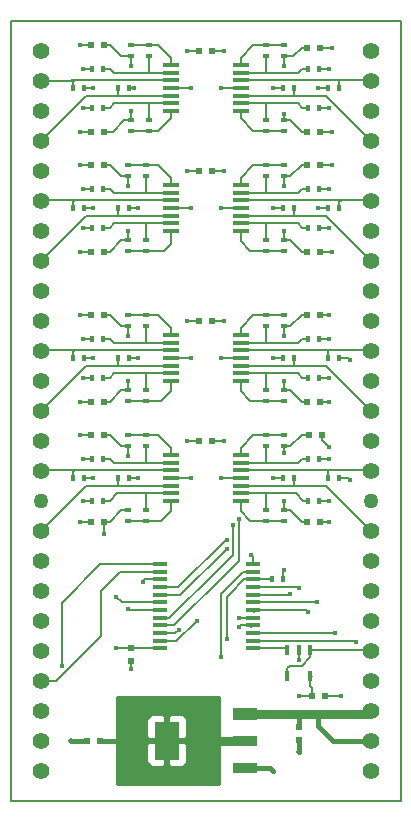
<source format=gbr>
%TF.GenerationSoftware,KiCad,Pcbnew,4.0.2-stable*%
%TF.CreationDate,2021-11-10T19:01:32-08:00*%
%TF.ProjectId,ADC,4144432E6B696361645F706362000000,rev?*%
%TF.FileFunction,Copper,L1,Top,Signal*%
%FSLAX46Y46*%
G04 Gerber Fmt 4.6, Leading zero omitted, Abs format (unit mm)*
G04 Created by KiCad (PCBNEW 4.0.2-stable) date 11/10/2021 7:01:32 PM*
%MOMM*%
G01*
G04 APERTURE LIST*
%ADD10C,0.100000*%
%ADD11C,0.150000*%
%ADD12R,0.400000X0.600000*%
%ADD13R,0.600000X0.400000*%
%ADD14C,1.397000*%
%ADD15C,1.270000*%
%ADD16R,0.600000X0.500000*%
%ADD17R,1.450000X0.450000*%
%ADD18R,0.500000X0.600000*%
%ADD19R,1.250000X0.400000*%
%ADD20R,2.150000X3.250000*%
%ADD21R,2.150000X0.950000*%
%ADD22R,2.032000X1.016000*%
%ADD23R,0.450000X0.950000*%
%ADD24C,0.508000*%
%ADD25C,0.406400*%
%ADD26C,0.152400*%
%ADD27C,0.762000*%
%ADD28C,0.381000*%
%ADD29C,0.177800*%
%ADD30C,0.250000*%
%ADD31C,0.254000*%
G04 APERTURE END LIST*
D10*
D11*
X106680000Y-119380000D02*
X106680000Y-53340000D01*
X139700000Y-119380000D02*
X106680000Y-119380000D01*
X139700000Y-53340000D02*
X139700000Y-119380000D01*
X106680000Y-53340000D02*
X139700000Y-53340000D01*
D12*
X132784000Y-93980000D03*
X131884000Y-93980000D03*
D13*
X118110000Y-84640000D03*
X118110000Y-85540000D03*
D14*
X109220000Y-55880000D03*
X109220000Y-58420000D03*
X109220000Y-60960000D03*
X109220000Y-63500000D03*
X109220000Y-66040000D03*
X109220000Y-68580000D03*
X109220000Y-71120000D03*
X109220000Y-73660000D03*
X109220000Y-76200000D03*
X109220000Y-78740000D03*
X109220000Y-81280000D03*
X109220000Y-83820000D03*
X109220000Y-86360000D03*
X109220000Y-88900000D03*
X109220000Y-91440000D03*
D15*
X109220000Y-93980000D03*
D14*
X109220000Y-96520000D03*
X109220000Y-99060000D03*
X109220000Y-101600000D03*
X109220000Y-104140000D03*
X109220000Y-106680000D03*
X109220000Y-109220000D03*
X109220000Y-111760000D03*
X109220000Y-114300000D03*
X109220000Y-116840000D03*
D13*
X129794000Y-62680000D03*
X129794000Y-61780000D03*
X118110000Y-94800000D03*
X118110000Y-95700000D03*
D12*
X113596000Y-93980000D03*
X114496000Y-93980000D03*
D16*
X132165000Y-110490000D03*
X133265000Y-110490000D03*
X114215000Y-114300000D03*
X113115000Y-114300000D03*
X122640000Y-55880000D03*
X123740000Y-55880000D03*
X114596000Y-55372000D03*
X113496000Y-55372000D03*
X131784000Y-62738000D03*
X132884000Y-62738000D03*
X131784000Y-55626000D03*
X132884000Y-55626000D03*
X122640000Y-66040000D03*
X123740000Y-66040000D03*
X114596000Y-65532000D03*
X113496000Y-65532000D03*
X114596000Y-72898000D03*
X113496000Y-72898000D03*
X131784000Y-72898000D03*
X132884000Y-72898000D03*
X131784000Y-65532000D03*
X132884000Y-65532000D03*
X122640000Y-78740000D03*
X123740000Y-78740000D03*
X114596000Y-78232000D03*
X113496000Y-78232000D03*
X114596000Y-85598000D03*
X113496000Y-85598000D03*
X131784000Y-85598000D03*
X132884000Y-85598000D03*
X131784000Y-78232000D03*
X132884000Y-78232000D03*
X122640000Y-88900000D03*
X123740000Y-88900000D03*
X114596000Y-88392000D03*
X113496000Y-88392000D03*
X114596000Y-95758000D03*
X113496000Y-95758000D03*
X131784000Y-95758000D03*
X132884000Y-95758000D03*
D12*
X129736000Y-100584000D03*
X128836000Y-100584000D03*
X112845000Y-59055000D03*
X111945000Y-59055000D03*
X114496000Y-57404000D03*
X113596000Y-57404000D03*
D13*
X118364000Y-56330000D03*
X118364000Y-55430000D03*
X116840000Y-55430000D03*
X116840000Y-56330000D03*
D12*
X116655000Y-59055000D03*
X115755000Y-59055000D03*
X113596000Y-60706000D03*
X114496000Y-60706000D03*
D13*
X118364000Y-61780000D03*
X118364000Y-62680000D03*
X116840000Y-62680000D03*
X116840000Y-61780000D03*
D12*
X129725000Y-59055000D03*
X130625000Y-59055000D03*
X132784000Y-60706000D03*
X131884000Y-60706000D03*
D13*
X128270000Y-61780000D03*
X128270000Y-62680000D03*
D12*
X133535000Y-59055000D03*
X134435000Y-59055000D03*
X132784000Y-57404000D03*
X131884000Y-57404000D03*
D13*
X128270000Y-56330000D03*
X128270000Y-55430000D03*
X129794000Y-55430000D03*
X129794000Y-56330000D03*
D12*
X112845000Y-69215000D03*
X111945000Y-69215000D03*
X114496000Y-67564000D03*
X113596000Y-67564000D03*
D13*
X118110000Y-66490000D03*
X118110000Y-65590000D03*
X116586000Y-65590000D03*
X116586000Y-66490000D03*
D12*
X116655000Y-69215000D03*
X115755000Y-69215000D03*
X113596000Y-70866000D03*
X114496000Y-70866000D03*
D13*
X118110000Y-71940000D03*
X118110000Y-72840000D03*
X116586000Y-72840000D03*
X116586000Y-71940000D03*
D12*
X129725000Y-69215000D03*
X130625000Y-69215000D03*
X132784000Y-70866000D03*
X131884000Y-70866000D03*
D13*
X128270000Y-71940000D03*
X128270000Y-72840000D03*
X129794000Y-72840000D03*
X129794000Y-71940000D03*
D12*
X133535000Y-69215000D03*
X134435000Y-69215000D03*
X132784000Y-67564000D03*
X131884000Y-67564000D03*
D13*
X128270000Y-66490000D03*
X128270000Y-65590000D03*
X129794000Y-65590000D03*
X129794000Y-66490000D03*
D12*
X112845000Y-81915000D03*
X111945000Y-81915000D03*
X114496000Y-80264000D03*
X113596000Y-80264000D03*
D13*
X118110000Y-79190000D03*
X118110000Y-78290000D03*
X116586000Y-78290000D03*
X116586000Y-79190000D03*
D12*
X116655000Y-81915000D03*
X115755000Y-81915000D03*
X113596000Y-83566000D03*
X114496000Y-83566000D03*
D13*
X116586000Y-85540000D03*
X116586000Y-84640000D03*
D12*
X129725000Y-81915000D03*
X130625000Y-81915000D03*
X132784000Y-83566000D03*
X131884000Y-83566000D03*
D13*
X128270000Y-84640000D03*
X128270000Y-85540000D03*
X129794000Y-85540000D03*
X129794000Y-84640000D03*
D12*
X134435000Y-81915000D03*
X133535000Y-81915000D03*
X132784000Y-80264000D03*
X131884000Y-80264000D03*
D13*
X128270000Y-79190000D03*
X128270000Y-78290000D03*
X129794000Y-78290000D03*
X129794000Y-79190000D03*
D12*
X112845000Y-92075000D03*
X111945000Y-92075000D03*
X114496000Y-90424000D03*
X113596000Y-90424000D03*
D13*
X118110000Y-89350000D03*
X118110000Y-88450000D03*
X116586000Y-88450000D03*
X116586000Y-89350000D03*
D12*
X116655000Y-92075000D03*
X115755000Y-92075000D03*
D13*
X116586000Y-95700000D03*
X116586000Y-94800000D03*
D12*
X129725000Y-92075000D03*
X130625000Y-92075000D03*
D13*
X128270000Y-94800000D03*
X128270000Y-95700000D03*
X129794000Y-95700000D03*
X129794000Y-94800000D03*
D12*
X134435000Y-92075000D03*
X133535000Y-92075000D03*
X132784000Y-90424000D03*
X131884000Y-90424000D03*
D13*
X128270000Y-89350000D03*
X128270000Y-88450000D03*
X129794000Y-88450000D03*
X129794000Y-89350000D03*
D17*
X126140000Y-57105000D03*
X120240000Y-57105000D03*
X126140000Y-57755000D03*
X120240000Y-57755000D03*
X126140000Y-58405000D03*
X120240000Y-58405000D03*
X126140000Y-59055000D03*
X120240000Y-59055000D03*
X126140000Y-59705000D03*
X120240000Y-59705000D03*
X126140000Y-60355000D03*
X120240000Y-60355000D03*
X126140000Y-61005000D03*
X120240000Y-61005000D03*
X126140000Y-67265000D03*
X120240000Y-67265000D03*
X126140000Y-67915000D03*
X120240000Y-67915000D03*
X126140000Y-68565000D03*
X120240000Y-68565000D03*
X126140000Y-69215000D03*
X120240000Y-69215000D03*
X126140000Y-69865000D03*
X120240000Y-69865000D03*
X126140000Y-70515000D03*
X120240000Y-70515000D03*
X126140000Y-71165000D03*
X120240000Y-71165000D03*
X126140000Y-79965000D03*
X120240000Y-79965000D03*
X126140000Y-80615000D03*
X120240000Y-80615000D03*
X126140000Y-81265000D03*
X120240000Y-81265000D03*
X126140000Y-81915000D03*
X120240000Y-81915000D03*
X126140000Y-82565000D03*
X120240000Y-82565000D03*
X126140000Y-83215000D03*
X120240000Y-83215000D03*
X126140000Y-83865000D03*
X120240000Y-83865000D03*
X126140000Y-90125000D03*
X120240000Y-90125000D03*
X126140000Y-90775000D03*
X120240000Y-90775000D03*
X126140000Y-91425000D03*
X120240000Y-91425000D03*
X126140000Y-92075000D03*
X120240000Y-92075000D03*
X126140000Y-92725000D03*
X120240000Y-92725000D03*
X126140000Y-93375000D03*
X120240000Y-93375000D03*
X126140000Y-94025000D03*
X120240000Y-94025000D03*
D18*
X116840000Y-106447500D03*
X116840000Y-107547500D03*
X131127500Y-113115000D03*
X131127500Y-114215000D03*
D16*
X131922000Y-88392000D03*
X133022000Y-88392000D03*
D19*
X119360000Y-106505000D03*
X127160000Y-106505000D03*
X119360000Y-105855000D03*
X127160000Y-105855000D03*
X119360000Y-105205000D03*
X127160000Y-105205000D03*
X119360000Y-104555000D03*
X127160000Y-104555000D03*
X119360000Y-103905000D03*
X127160000Y-103905000D03*
X119360000Y-103255000D03*
X127160000Y-103255000D03*
X119360000Y-102605000D03*
X127160000Y-102605000D03*
X119360000Y-101955000D03*
X127160000Y-101955000D03*
X119360000Y-101305000D03*
X127160000Y-101305000D03*
X119360000Y-100655000D03*
X127160000Y-100655000D03*
X119360000Y-100005000D03*
X127160000Y-100005000D03*
X119360000Y-99355000D03*
X127160000Y-99355000D03*
D20*
X119888000Y-114300000D03*
D21*
X126492000Y-114300000D03*
D22*
X126492000Y-112014000D03*
D21*
X126492000Y-116586000D03*
D16*
X114596000Y-62738000D03*
X113496000Y-62738000D03*
D14*
X137160000Y-55880000D03*
X137160000Y-58420000D03*
X137160000Y-60960000D03*
X137160000Y-63500000D03*
X137160000Y-66040000D03*
X137160000Y-68580000D03*
X137160000Y-71120000D03*
X137160000Y-73660000D03*
X137160000Y-76200000D03*
X137160000Y-78740000D03*
X137160000Y-81280000D03*
X137160000Y-83820000D03*
X137160000Y-86360000D03*
X137160000Y-88900000D03*
X137160000Y-91440000D03*
D15*
X137160000Y-93980000D03*
D14*
X137160000Y-96520000D03*
X137160000Y-99060000D03*
X137160000Y-101600000D03*
X137160000Y-104140000D03*
X137160000Y-106680000D03*
X137160000Y-109220000D03*
X137160000Y-111760000D03*
X137160000Y-114300000D03*
X137160000Y-116840000D03*
D23*
X132014000Y-108820000D03*
X132014000Y-106620000D03*
X131064000Y-106620000D03*
X130114000Y-108820000D03*
X130114000Y-106620000D03*
D24*
X123444000Y-114300000D03*
X116586000Y-114300000D03*
X116586000Y-112776000D03*
X116586000Y-111506000D03*
X116586000Y-117094000D03*
X119888000Y-117094000D03*
X118110000Y-117094000D03*
X116586000Y-115824000D03*
X123444000Y-112776000D03*
X123444000Y-117094000D03*
X123444000Y-115824000D03*
X121666000Y-117094000D03*
X119888000Y-111506000D03*
X121666000Y-111506000D03*
X118110000Y-111506000D03*
X123444000Y-111506000D03*
D25*
X115570000Y-106426000D03*
X131064000Y-110490000D03*
X121602500Y-88900000D03*
X121920000Y-92075000D03*
X121920000Y-81915000D03*
X121602500Y-78740000D03*
X121602500Y-66040000D03*
X121920000Y-59055000D03*
X121920000Y-69215000D03*
X121602500Y-55880000D03*
X131064000Y-107442000D03*
X133604000Y-78232000D03*
X133604000Y-80264000D03*
X135382000Y-82042000D03*
X133604000Y-83566000D03*
X133604000Y-85598000D03*
X133604000Y-89408000D03*
X133604000Y-90424000D03*
X135382000Y-92202000D03*
X133604000Y-93980000D03*
X133604000Y-95758000D03*
X127000000Y-98552000D03*
X117856000Y-100838000D03*
X129794000Y-99822000D03*
X134620000Y-110490000D03*
X133858000Y-55626000D03*
X133858000Y-62738000D03*
X112522000Y-88392000D03*
X112522000Y-95758000D03*
X133604000Y-57404000D03*
X133604000Y-60706000D03*
X112776000Y-57404000D03*
X112522000Y-55372000D03*
X112776000Y-60706000D03*
X112522000Y-62738000D03*
X112522000Y-65532000D03*
X112776000Y-67564000D03*
X112776000Y-70866000D03*
X112522000Y-72898000D03*
X133858000Y-65532000D03*
X133604000Y-67564000D03*
X133858000Y-72898000D03*
X133604000Y-70866000D03*
X112522000Y-78232000D03*
X112776000Y-80264000D03*
X112522000Y-85598000D03*
X112776000Y-83566000D03*
X112776000Y-90424000D03*
X112776000Y-93980000D03*
X128905000Y-92075000D03*
X117475000Y-92075000D03*
X124460000Y-92075000D03*
X124777500Y-88900000D03*
X128905000Y-81915000D03*
X124460000Y-81915000D03*
X124777500Y-78740000D03*
X113665000Y-81915000D03*
X117475000Y-81915000D03*
X132715000Y-69215000D03*
X128905000Y-69215000D03*
D24*
X111760000Y-114300000D03*
X131127500Y-115252500D03*
D25*
X116840000Y-108204000D03*
X124777500Y-66040000D03*
X117475000Y-69215000D03*
X113665000Y-69215000D03*
D24*
X128905000Y-116840000D03*
D25*
X124460000Y-59055000D03*
X124460000Y-69215000D03*
X132715000Y-59055000D03*
X128905000Y-59055000D03*
X124777500Y-55880000D03*
X117157500Y-59055000D03*
X113665000Y-59055000D03*
X113665000Y-92075000D03*
X131064000Y-101346000D03*
X116840000Y-57150000D03*
X130302000Y-101854000D03*
X116840000Y-60960000D03*
X132599000Y-102605000D03*
X129794000Y-61214000D03*
X131826000Y-103378000D03*
X129794000Y-57150000D03*
X125984000Y-103886000D03*
X116586000Y-67310000D03*
X125984000Y-104648000D03*
X116586000Y-71120000D03*
X134112000Y-105156000D03*
X129794000Y-71120000D03*
X135890000Y-105918000D03*
X129794000Y-67310000D03*
X122428000Y-104140000D03*
X116586000Y-80010000D03*
X120904000Y-104902000D03*
X116586000Y-83820000D03*
X125984000Y-95504000D03*
X129794000Y-83820000D03*
X125476000Y-96012000D03*
X129794000Y-80010000D03*
X116586000Y-90170000D03*
X116586000Y-103124000D03*
X114554000Y-96774000D03*
X115570000Y-102108000D03*
X124968000Y-98044000D03*
X129794000Y-93980000D03*
X124968000Y-97282000D03*
X129794000Y-89916000D03*
X124968000Y-105664000D03*
X124460000Y-107188000D03*
X110998000Y-107950000D03*
D26*
X132014000Y-108820000D02*
X132014000Y-109662000D01*
X132165000Y-109813000D02*
X132165000Y-110490000D01*
X132014000Y-109662000D02*
X132165000Y-109813000D01*
D27*
X126492000Y-114300000D02*
X123444000Y-114300000D01*
D28*
X116586000Y-112776000D02*
X116586000Y-111506000D01*
X116586000Y-112776000D02*
X116586000Y-114300000D01*
X119888000Y-114300000D02*
X116586000Y-114300000D01*
X116586000Y-111506000D02*
X116586000Y-112776000D01*
X116586000Y-115824000D02*
X116586000Y-117094000D01*
X118110000Y-117094000D02*
X119888000Y-117094000D01*
X116586000Y-117094000D02*
X118110000Y-117094000D01*
X123444000Y-112776000D02*
X123444000Y-114300000D01*
X123444000Y-114300000D02*
X119888000Y-114300000D01*
X123444000Y-115824000D02*
X123444000Y-117094000D01*
X123444000Y-115062000D02*
X123444000Y-117094000D01*
X123444000Y-115062000D02*
X122682000Y-114300000D01*
X119888000Y-117094000D02*
X121666000Y-117094000D01*
X119888000Y-117094000D02*
X121666000Y-117094000D01*
X119888000Y-117094000D02*
X119888000Y-114300000D01*
X119888000Y-114300000D02*
X119888000Y-111506000D01*
X119888000Y-114300000D02*
X119888000Y-111506000D01*
X119888000Y-114300000D02*
X119888000Y-111760000D01*
X119888000Y-114300000D02*
X119888000Y-112014000D01*
X119888000Y-112014000D02*
X121666000Y-111506000D01*
X121666000Y-111506000D02*
X121666000Y-111506000D01*
X119888000Y-112014000D02*
X121666000Y-111506000D01*
X119634000Y-111506000D02*
X118110000Y-111506000D01*
X119888000Y-111760000D02*
X119634000Y-111506000D01*
X119888000Y-114300000D02*
X122682000Y-114300000D01*
X123444000Y-113538000D02*
X123444000Y-111506000D01*
X122682000Y-114300000D02*
X123444000Y-113538000D01*
D26*
X116840000Y-106447500D02*
X115591500Y-106447500D01*
X115591500Y-106447500D02*
X115570000Y-106426000D01*
X132165000Y-110490000D02*
X131064000Y-110490000D01*
X132165000Y-108890000D02*
X132095000Y-108820000D01*
D29*
X120240000Y-92075000D02*
X121920000Y-92075000D01*
X122640000Y-88900000D02*
X121602500Y-88900000D01*
X120240000Y-81915000D02*
X121920000Y-81915000D01*
X122640000Y-78740000D02*
X121602500Y-78740000D01*
D28*
X114215000Y-114300000D02*
X115887500Y-114300000D01*
X119612500Y-114024500D02*
X119888000Y-114300000D01*
D26*
X119360000Y-106505000D02*
X116897500Y-106505000D01*
X116897500Y-106505000D02*
X116840000Y-106447500D01*
X122640000Y-66040000D02*
X121602500Y-66040000D01*
D30*
X132095000Y-110420000D02*
X132165000Y-110490000D01*
D26*
X120240000Y-59055000D02*
X121920000Y-59055000D01*
X120240000Y-69215000D02*
X121920000Y-69215000D01*
X122640000Y-55880000D02*
X121602500Y-55880000D01*
X131064000Y-106620000D02*
X131064000Y-107442000D01*
X132884000Y-78232000D02*
X133604000Y-78232000D01*
X132784000Y-80264000D02*
X133604000Y-80264000D01*
X134435000Y-81915000D02*
X135255000Y-81915000D01*
X135255000Y-81915000D02*
X135382000Y-82042000D01*
X132784000Y-83566000D02*
X133604000Y-83566000D01*
X132884000Y-85598000D02*
X133604000Y-85598000D01*
X133022000Y-88392000D02*
X133022000Y-88826000D01*
X133022000Y-88826000D02*
X133604000Y-89408000D01*
X132784000Y-90424000D02*
X133604000Y-90424000D01*
X134435000Y-92075000D02*
X135255000Y-92075000D01*
X135255000Y-92075000D02*
X135382000Y-92202000D01*
X132784000Y-93980000D02*
X133604000Y-93980000D01*
X132884000Y-95758000D02*
X133604000Y-95758000D01*
X132784000Y-93980000D02*
X132784000Y-94038000D01*
X127160000Y-99355000D02*
X127160000Y-98712000D01*
X127160000Y-98712000D02*
X127000000Y-98552000D01*
X119360000Y-100655000D02*
X118039000Y-100655000D01*
X118039000Y-100655000D02*
X117856000Y-100838000D01*
X129736000Y-100584000D02*
X129736000Y-99880000D01*
X129736000Y-99880000D02*
X129794000Y-99822000D01*
X133265000Y-110490000D02*
X134620000Y-110490000D01*
X132884000Y-55626000D02*
X133858000Y-55626000D01*
X132884000Y-62738000D02*
X133858000Y-62738000D01*
X113496000Y-88392000D02*
X112522000Y-88392000D01*
X113496000Y-95758000D02*
X112522000Y-95758000D01*
X132784000Y-57404000D02*
X133604000Y-57404000D01*
X132784000Y-60706000D02*
X133604000Y-60706000D01*
X113596000Y-57404000D02*
X112776000Y-57404000D01*
X113496000Y-55372000D02*
X112522000Y-55372000D01*
X113596000Y-60706000D02*
X112776000Y-60706000D01*
X113496000Y-62738000D02*
X112522000Y-62738000D01*
X113496000Y-65532000D02*
X112522000Y-65532000D01*
X113596000Y-67564000D02*
X112776000Y-67564000D01*
X113596000Y-70866000D02*
X112776000Y-70866000D01*
X113496000Y-72898000D02*
X112522000Y-72898000D01*
X132884000Y-65532000D02*
X133858000Y-65532000D01*
X132784000Y-67564000D02*
X133604000Y-67564000D01*
X132884000Y-72898000D02*
X133858000Y-72898000D01*
X132784000Y-70866000D02*
X133604000Y-70866000D01*
X113496000Y-78232000D02*
X112522000Y-78232000D01*
X113596000Y-80264000D02*
X112776000Y-80264000D01*
X113496000Y-85598000D02*
X112522000Y-85598000D01*
X113596000Y-83566000D02*
X112776000Y-83566000D01*
X113596000Y-90424000D02*
X112776000Y-90424000D01*
X113596000Y-93980000D02*
X112776000Y-93980000D01*
X129725000Y-92075000D02*
X128905000Y-92075000D01*
D29*
X116655000Y-92075000D02*
X117475000Y-92075000D01*
X126140000Y-92075000D02*
X124460000Y-92075000D01*
X123740000Y-88900000D02*
X124777500Y-88900000D01*
X129725000Y-81915000D02*
X128905000Y-81915000D01*
X126140000Y-81915000D02*
X124460000Y-81915000D01*
X123740000Y-78740000D02*
X124777500Y-78740000D01*
X112845000Y-81915000D02*
X113665000Y-81915000D01*
X116655000Y-81915000D02*
X117475000Y-81915000D01*
X133535000Y-69215000D02*
X132715000Y-69215000D01*
X129725000Y-69215000D02*
X128905000Y-69215000D01*
D28*
X113115000Y-114300000D02*
X111760000Y-114300000D01*
X131127500Y-114215000D02*
X131127500Y-115252500D01*
D26*
X116840000Y-107547500D02*
X116840000Y-108204000D01*
X123740000Y-66040000D02*
X124777500Y-66040000D01*
X116655000Y-69215000D02*
X117475000Y-69215000D01*
X112845000Y-69215000D02*
X113665000Y-69215000D01*
D28*
X126492000Y-116586000D02*
X128651000Y-116586000D01*
X128651000Y-116586000D02*
X128905000Y-116840000D01*
D26*
X126140000Y-59055000D02*
X124460000Y-59055000D01*
X126140000Y-69215000D02*
X124460000Y-69215000D01*
X133535000Y-59055000D02*
X132715000Y-59055000D01*
X129725000Y-59055000D02*
X128905000Y-59055000D01*
X123740000Y-55880000D02*
X124777500Y-55880000D01*
X116655000Y-59055000D02*
X117157500Y-59055000D01*
X112845000Y-59055000D02*
X113665000Y-59055000D01*
D29*
X112845000Y-92075000D02*
X113665000Y-92075000D01*
D27*
X132715000Y-112014000D02*
X136906000Y-112014000D01*
D28*
X132715000Y-112014000D02*
X132715000Y-113030000D01*
D27*
X131127500Y-112014000D02*
X132715000Y-112014000D01*
D28*
X132715000Y-113030000D02*
X133985000Y-114300000D01*
X133985000Y-114300000D02*
X137160000Y-114300000D01*
D27*
X126492000Y-112014000D02*
X131127500Y-112014000D01*
D28*
X131127500Y-113115000D02*
X131127500Y-112014000D01*
X131127500Y-112014000D02*
X131127500Y-112077500D01*
X131127500Y-112077500D02*
X131127500Y-112014000D01*
X136906000Y-112014000D02*
X137160000Y-111760000D01*
D26*
X127160000Y-101305000D02*
X131023000Y-101305000D01*
X131023000Y-101305000D02*
X131064000Y-101346000D01*
X116840000Y-57150000D02*
X116840000Y-56330000D01*
X114596000Y-55372000D02*
X115062000Y-55372000D01*
X116020000Y-56330000D02*
X116840000Y-56330000D01*
X115062000Y-55372000D02*
X116020000Y-56330000D01*
X127160000Y-101955000D02*
X130201000Y-101955000D01*
X130201000Y-101955000D02*
X130302000Y-101854000D01*
X116840000Y-60960000D02*
X116840000Y-61780000D01*
X116840000Y-61780000D02*
X116274000Y-61780000D01*
X115316000Y-62738000D02*
X114596000Y-62738000D01*
X116274000Y-61780000D02*
X115316000Y-62738000D01*
X127160000Y-102605000D02*
X132599000Y-102605000D01*
X129794000Y-61780000D02*
X129794000Y-61214000D01*
X129794000Y-61780000D02*
X130360000Y-61780000D01*
X131318000Y-62738000D02*
X131784000Y-62738000D01*
X130360000Y-61780000D02*
X131318000Y-62738000D01*
X127160000Y-103255000D02*
X131703000Y-103255000D01*
X131703000Y-103255000D02*
X131826000Y-103378000D01*
X129794000Y-56330000D02*
X129794000Y-57150000D01*
X127283000Y-103378000D02*
X127160000Y-103255000D01*
X129794000Y-56330000D02*
X130614000Y-56330000D01*
X131318000Y-55626000D02*
X131784000Y-55626000D01*
X130614000Y-56330000D02*
X131318000Y-55626000D01*
X127160000Y-103905000D02*
X126003000Y-103905000D01*
X126003000Y-103905000D02*
X125984000Y-103886000D01*
X116586000Y-67310000D02*
X116586000Y-66490000D01*
X114596000Y-65532000D02*
X115062000Y-65532000D01*
X116020000Y-66490000D02*
X116586000Y-66490000D01*
X115062000Y-65532000D02*
X116020000Y-66490000D01*
X127160000Y-104555000D02*
X126077000Y-104555000D01*
X126077000Y-104555000D02*
X125984000Y-104648000D01*
X116586000Y-71120000D02*
X116586000Y-71940000D01*
X127067000Y-104648000D02*
X127160000Y-104555000D01*
X114596000Y-72898000D02*
X115062000Y-72898000D01*
X115062000Y-72898000D02*
X116020000Y-71940000D01*
X116020000Y-71940000D02*
X116586000Y-71940000D01*
X134112000Y-105156000D02*
X127209000Y-105156000D01*
X127209000Y-105156000D02*
X127160000Y-105205000D01*
X129794000Y-71940000D02*
X129794000Y-71120000D01*
X129794000Y-71940000D02*
X130360000Y-71940000D01*
X131318000Y-72898000D02*
X131784000Y-72898000D01*
X130360000Y-71940000D02*
X131318000Y-72898000D01*
X134112000Y-105855000D02*
X135827000Y-105855000D01*
X135827000Y-105855000D02*
X135890000Y-105918000D01*
X135890000Y-105918000D02*
X135827000Y-105855000D01*
X127160000Y-105855000D02*
X134112000Y-105855000D01*
X129794000Y-67310000D02*
X129794000Y-66490000D01*
X129794000Y-66490000D02*
X130360000Y-66490000D01*
X131318000Y-65532000D02*
X131784000Y-65532000D01*
X130360000Y-66490000D02*
X131318000Y-65532000D01*
X120713000Y-105855000D02*
X119360000Y-105855000D01*
X122428000Y-104140000D02*
X120713000Y-105855000D01*
X116586000Y-79190000D02*
X116586000Y-80010000D01*
X114596000Y-78232000D02*
X115062000Y-78232000D01*
X116020000Y-79190000D02*
X116586000Y-79190000D01*
X115062000Y-78232000D02*
X116020000Y-79190000D01*
X116586000Y-84640000D02*
X116586000Y-83820000D01*
X120601000Y-105205000D02*
X119360000Y-105205000D01*
X120904000Y-104902000D02*
X120601000Y-105205000D01*
X116586000Y-84640000D02*
X116020000Y-84640000D01*
X115062000Y-85598000D02*
X114596000Y-85598000D01*
X116020000Y-84640000D02*
X115062000Y-85598000D01*
X125984000Y-99060000D02*
X124968000Y-100076000D01*
X125984000Y-95504000D02*
X125984000Y-99060000D01*
X120489000Y-104555000D02*
X119360000Y-104555000D01*
X124968000Y-100076000D02*
X120489000Y-104555000D01*
X129794000Y-83820000D02*
X129794000Y-84640000D01*
X129794000Y-84640000D02*
X130360000Y-84640000D01*
X131318000Y-85598000D02*
X131784000Y-85598000D01*
X130360000Y-84640000D02*
X131318000Y-85598000D01*
X125476000Y-98552000D02*
X124206000Y-99822000D01*
X125476000Y-96012000D02*
X125476000Y-98552000D01*
X119360000Y-103905000D02*
X120123000Y-103905000D01*
X120123000Y-103905000D02*
X124206000Y-99822000D01*
X129794000Y-80010000D02*
X129794000Y-79190000D01*
X131784000Y-78232000D02*
X131318000Y-78232000D01*
X130360000Y-79190000D02*
X129794000Y-79190000D01*
X131318000Y-78232000D02*
X130360000Y-79190000D01*
X119360000Y-103255000D02*
X116717000Y-103255000D01*
X116586000Y-90170000D02*
X116586000Y-89350000D01*
X116717000Y-103255000D02*
X116586000Y-103124000D01*
X116586000Y-89350000D02*
X116020000Y-89350000D01*
X116020000Y-89350000D02*
X115062000Y-88392000D01*
X115062000Y-88392000D02*
X114596000Y-88392000D01*
X119360000Y-102605000D02*
X116067000Y-102605000D01*
X116067000Y-102605000D02*
X115570000Y-102108000D01*
X114596000Y-96732000D02*
X114596000Y-95758000D01*
X114554000Y-96774000D02*
X114596000Y-96732000D01*
X114596000Y-95758000D02*
X115062000Y-95758000D01*
X116020000Y-94800000D02*
X116586000Y-94800000D01*
X115062000Y-95758000D02*
X116020000Y-94800000D01*
X119360000Y-101955000D02*
X121057000Y-101955000D01*
X121057000Y-101955000D02*
X124968000Y-98044000D01*
X129794000Y-93980000D02*
X129794000Y-94800000D01*
X129794000Y-94800000D02*
X130360000Y-94800000D01*
X131318000Y-95758000D02*
X131784000Y-95758000D01*
X130360000Y-94800000D02*
X131318000Y-95758000D01*
X119360000Y-101305000D02*
X120863000Y-101305000D01*
X124886000Y-97282000D02*
X124968000Y-97282000D01*
X120863000Y-101305000D02*
X124886000Y-97282000D01*
X129794000Y-89350000D02*
X129794000Y-89916000D01*
X129794000Y-89350000D02*
X130360000Y-89350000D01*
X131318000Y-88392000D02*
X131922000Y-88392000D01*
X130360000Y-89350000D02*
X131318000Y-88392000D01*
X127160000Y-106505000D02*
X129999000Y-106505000D01*
X129999000Y-106505000D02*
X130114000Y-106620000D01*
X124968000Y-105664000D02*
X124968000Y-102108000D01*
X125222000Y-101854000D02*
X124968000Y-102108000D01*
X126421000Y-100655000D02*
X127160000Y-100655000D01*
X126421000Y-100655000D02*
X125222000Y-101854000D01*
X128836000Y-100584000D02*
X128016000Y-100584000D01*
X127945000Y-100655000D02*
X127160000Y-100655000D01*
X128016000Y-100584000D02*
X127945000Y-100655000D01*
X117348000Y-100005000D02*
X115895000Y-100005000D01*
X114300000Y-101600000D02*
X114300000Y-102870000D01*
X115895000Y-100005000D02*
X114300000Y-101600000D01*
X109220000Y-109220000D02*
X110490000Y-109220000D01*
X114300000Y-105410000D02*
X114300000Y-102870000D01*
X110490000Y-109220000D02*
X114300000Y-105410000D01*
X117348000Y-100005000D02*
X119360000Y-100005000D01*
X119289000Y-100076000D02*
X119360000Y-100005000D01*
X124460000Y-107188000D02*
X124460000Y-101854000D01*
X126309000Y-100005000D02*
X124460000Y-101854000D01*
X126309000Y-100005000D02*
X127160000Y-100005000D01*
X110998000Y-107950000D02*
X110998000Y-102616000D01*
X114259000Y-99355000D02*
X119360000Y-99355000D01*
X110998000Y-102616000D02*
X114259000Y-99355000D01*
X119319000Y-99314000D02*
X119360000Y-99355000D01*
X132014000Y-106620000D02*
X132014000Y-107254000D01*
X130114000Y-108138000D02*
X130114000Y-108820000D01*
X130302000Y-107950000D02*
X130114000Y-108138000D01*
X131318000Y-107950000D02*
X130302000Y-107950000D01*
X132014000Y-107254000D02*
X131318000Y-107950000D01*
X132095000Y-106620000D02*
X133667500Y-106620000D01*
X133667500Y-106620000D02*
X133985000Y-106620000D01*
X133985000Y-106620000D02*
X137100000Y-106620000D01*
X137100000Y-106620000D02*
X137160000Y-106680000D01*
X118364000Y-60355000D02*
X118364000Y-61780000D01*
X120240000Y-60355000D02*
X118364000Y-60355000D01*
X118364000Y-60355000D02*
X115413000Y-60355000D01*
X115062000Y-60706000D02*
X114496000Y-60706000D01*
X115413000Y-60355000D02*
X115062000Y-60706000D01*
X126140000Y-61005000D02*
X126140000Y-61624000D01*
X127196000Y-62680000D02*
X128270000Y-62680000D01*
X126140000Y-61624000D02*
X127196000Y-62680000D01*
X128270000Y-62680000D02*
X129794000Y-62680000D01*
X128270000Y-60355000D02*
X128270000Y-61780000D01*
X126140000Y-60355000D02*
X128270000Y-60355000D01*
X128270000Y-60355000D02*
X130967000Y-60355000D01*
X131318000Y-60706000D02*
X131884000Y-60706000D01*
X130967000Y-60355000D02*
X131318000Y-60706000D01*
X128270000Y-57755000D02*
X128270000Y-56330000D01*
X131884000Y-57404000D02*
X131318000Y-57404000D01*
X130967000Y-57755000D02*
X128270000Y-57755000D01*
X128270000Y-57755000D02*
X126140000Y-57755000D01*
X131318000Y-57404000D02*
X130967000Y-57755000D01*
X118110000Y-70515000D02*
X118110000Y-71940000D01*
X120240000Y-70515000D02*
X118110000Y-70515000D01*
X118110000Y-70515000D02*
X117856000Y-70515000D01*
X117856000Y-70515000D02*
X115413000Y-70515000D01*
X115062000Y-70866000D02*
X114496000Y-70866000D01*
X115413000Y-70515000D02*
X115062000Y-70866000D01*
X128270000Y-70515000D02*
X128270000Y-71940000D01*
X126140000Y-70515000D02*
X128270000Y-70515000D01*
X128270000Y-70515000D02*
X130967000Y-70515000D01*
X131318000Y-70866000D02*
X131884000Y-70866000D01*
X130967000Y-70515000D02*
X131318000Y-70866000D01*
X128270000Y-67915000D02*
X128270000Y-66490000D01*
X126140000Y-67915000D02*
X128270000Y-67915000D01*
X128270000Y-67915000D02*
X130967000Y-67915000D01*
X131318000Y-67564000D02*
X131884000Y-67564000D01*
X130967000Y-67915000D02*
X131318000Y-67564000D01*
X118110000Y-83215000D02*
X118110000Y-84640000D01*
X120240000Y-83215000D02*
X118110000Y-83215000D01*
X118110000Y-83215000D02*
X115413000Y-83215000D01*
X115062000Y-83566000D02*
X114496000Y-83566000D01*
X115413000Y-83215000D02*
X115062000Y-83566000D01*
X128270000Y-83215000D02*
X128270000Y-84074000D01*
X128270000Y-83977000D02*
X128270000Y-84074000D01*
X128270000Y-84074000D02*
X128270000Y-84640000D01*
X126140000Y-83215000D02*
X128270000Y-83215000D01*
X128270000Y-83215000D02*
X130967000Y-83215000D01*
X131318000Y-83566000D02*
X131884000Y-83566000D01*
X130967000Y-83215000D02*
X131318000Y-83566000D01*
D29*
X126170000Y-83185000D02*
X126140000Y-83215000D01*
D26*
X128270000Y-80615000D02*
X128270000Y-79190000D01*
X126140000Y-80615000D02*
X128270000Y-80615000D01*
X128270000Y-80615000D02*
X130967000Y-80615000D01*
X131318000Y-80264000D02*
X131884000Y-80264000D01*
X130967000Y-80615000D02*
X131318000Y-80264000D01*
X118110000Y-93375000D02*
X118110000Y-94800000D01*
X118207000Y-93375000D02*
X118110000Y-93375000D01*
X118110000Y-93375000D02*
X115667000Y-93375000D01*
X115062000Y-93980000D02*
X114496000Y-93980000D01*
X115667000Y-93375000D02*
X115062000Y-93980000D01*
X120240000Y-93375000D02*
X118207000Y-93375000D01*
X128270000Y-93375000D02*
X128270000Y-94800000D01*
X130492500Y-93375000D02*
X130840000Y-93375000D01*
X131445000Y-93980000D02*
X131884000Y-93980000D01*
X130840000Y-93375000D02*
X131445000Y-93980000D01*
X126140000Y-93375000D02*
X128270000Y-93375000D01*
X128270000Y-93375000D02*
X130492500Y-93375000D01*
X130492500Y-93375000D02*
X130522500Y-93375000D01*
X128270000Y-90775000D02*
X128270000Y-89350000D01*
X126140000Y-90775000D02*
X128270000Y-90775000D01*
X128270000Y-90775000D02*
X130967000Y-90775000D01*
X131318000Y-90424000D02*
X131884000Y-90424000D01*
X130967000Y-90775000D02*
X131318000Y-90424000D01*
X118364000Y-57755000D02*
X118364000Y-56330000D01*
X120240000Y-57755000D02*
X118364000Y-57755000D01*
X118364000Y-57755000D02*
X115413000Y-57755000D01*
X115062000Y-57404000D02*
X114496000Y-57404000D01*
X115413000Y-57755000D02*
X115062000Y-57404000D01*
X118364000Y-55430000D02*
X119184000Y-55430000D01*
X120240000Y-56486000D02*
X120240000Y-57105000D01*
X119184000Y-55430000D02*
X120240000Y-56486000D01*
X116840000Y-55430000D02*
X118364000Y-55430000D01*
X118364000Y-62680000D02*
X119184000Y-62680000D01*
X120240000Y-61624000D02*
X120240000Y-61005000D01*
X119184000Y-62680000D02*
X120240000Y-61624000D01*
X118364000Y-62680000D02*
X116840000Y-62680000D01*
X128270000Y-55430000D02*
X127196000Y-55430000D01*
X126140000Y-56486000D02*
X126140000Y-57105000D01*
X127196000Y-55430000D02*
X126140000Y-56486000D01*
X128270000Y-55430000D02*
X129794000Y-55430000D01*
X118110000Y-67915000D02*
X118110000Y-66490000D01*
X114496000Y-67564000D02*
X115062000Y-67564000D01*
X115413000Y-67915000D02*
X118110000Y-67915000D01*
X118110000Y-67915000D02*
X120240000Y-67915000D01*
X115062000Y-67564000D02*
X115413000Y-67915000D01*
X118110000Y-65590000D02*
X119184000Y-65590000D01*
X120240000Y-66646000D02*
X120240000Y-67265000D01*
X119184000Y-65590000D02*
X120240000Y-66646000D01*
X116586000Y-65590000D02*
X118110000Y-65590000D01*
X118110000Y-72840000D02*
X119692000Y-72840000D01*
X120240000Y-72292000D02*
X120240000Y-71165000D01*
X119692000Y-72840000D02*
X120240000Y-72292000D01*
X118110000Y-72840000D02*
X116586000Y-72840000D01*
X128270000Y-72840000D02*
X126942000Y-72840000D01*
X126140000Y-72038000D02*
X126140000Y-71165000D01*
X126942000Y-72840000D02*
X126140000Y-72038000D01*
X128270000Y-72840000D02*
X129794000Y-72840000D01*
X126140000Y-67265000D02*
X126140000Y-66646000D01*
X127196000Y-65590000D02*
X128270000Y-65590000D01*
X126140000Y-66646000D02*
X127196000Y-65590000D01*
X128270000Y-65590000D02*
X129794000Y-65590000D01*
X128074000Y-65590000D02*
X128270000Y-65590000D01*
X118110000Y-80615000D02*
X118110000Y-79756000D01*
X118110000Y-79853000D02*
X118110000Y-79756000D01*
X118110000Y-79756000D02*
X118110000Y-79190000D01*
X114496000Y-80264000D02*
X115062000Y-80264000D01*
X115413000Y-80615000D02*
X118110000Y-80615000D01*
X118110000Y-80615000D02*
X120240000Y-80615000D01*
X115062000Y-80264000D02*
X115413000Y-80615000D01*
X120240000Y-79965000D02*
X120240000Y-79346000D01*
X119184000Y-78290000D02*
X118110000Y-78290000D01*
X120240000Y-79346000D02*
X119184000Y-78290000D01*
X116586000Y-78290000D02*
X118110000Y-78290000D01*
X118110000Y-85540000D02*
X119438000Y-85540000D01*
X120240000Y-84738000D02*
X120240000Y-83865000D01*
X119438000Y-85540000D02*
X120240000Y-84738000D01*
X116586000Y-85540000D02*
X118110000Y-85540000D01*
X126140000Y-83865000D02*
X126140000Y-84738000D01*
X126942000Y-85540000D02*
X128270000Y-85540000D01*
X126140000Y-84738000D02*
X126942000Y-85540000D01*
X128270000Y-85540000D02*
X129794000Y-85540000D01*
X126140000Y-79965000D02*
X126140000Y-79346000D01*
X127196000Y-78290000D02*
X128270000Y-78290000D01*
X126140000Y-79346000D02*
X127196000Y-78290000D01*
X128270000Y-78290000D02*
X129598000Y-78290000D01*
X129598000Y-78290000D02*
X129794000Y-78290000D01*
X128212000Y-78232000D02*
X128270000Y-78290000D01*
X118110000Y-90775000D02*
X118110000Y-89662000D01*
X118110000Y-90013000D02*
X118110000Y-89916000D01*
X118110000Y-89916000D02*
X118110000Y-89662000D01*
X118110000Y-89662000D02*
X118110000Y-89350000D01*
X120240000Y-90775000D02*
X118110000Y-90775000D01*
X118110000Y-90775000D02*
X115413000Y-90775000D01*
X115062000Y-90424000D02*
X114496000Y-90424000D01*
X115413000Y-90775000D02*
X115062000Y-90424000D01*
X120240000Y-90125000D02*
X120240000Y-89506000D01*
X119184000Y-88450000D02*
X118110000Y-88450000D01*
X120240000Y-89506000D02*
X119184000Y-88450000D01*
X118110000Y-88450000D02*
X116586000Y-88450000D01*
X118110000Y-95700000D02*
X119438000Y-95700000D01*
X120240000Y-94898000D02*
X120240000Y-94025000D01*
X119438000Y-95700000D02*
X120240000Y-94898000D01*
X116586000Y-95700000D02*
X118110000Y-95700000D01*
X126140000Y-94025000D02*
X126140000Y-94898000D01*
X126942000Y-95700000D02*
X128270000Y-95700000D01*
X126140000Y-94898000D02*
X126942000Y-95700000D01*
X128270000Y-95700000D02*
X129794000Y-95700000D01*
X126140000Y-90125000D02*
X126140000Y-89506000D01*
X127196000Y-88450000D02*
X128270000Y-88450000D01*
X126140000Y-89506000D02*
X127196000Y-88450000D01*
X128270000Y-88450000D02*
X129794000Y-88450000D01*
X111945000Y-59055000D02*
X111945000Y-58405000D01*
X112077500Y-58420000D02*
X112077500Y-58405000D01*
X111960000Y-58420000D02*
X112077500Y-58420000D01*
X111945000Y-58405000D02*
X111960000Y-58420000D01*
X109220000Y-58420000D02*
X111760000Y-58420000D01*
X111760000Y-58420000D02*
X111760000Y-58405000D01*
X120240000Y-58405000D02*
X112395000Y-58405000D01*
X112395000Y-58405000D02*
X112077500Y-58405000D01*
X112077500Y-58405000D02*
X111760000Y-58405000D01*
X109235000Y-58405000D02*
X109220000Y-58420000D01*
X109235000Y-58405000D02*
X109220000Y-58420000D01*
X115755000Y-59055000D02*
X115755000Y-59690000D01*
X115755000Y-59690000D02*
X115570000Y-59690000D01*
X109220000Y-63500000D02*
X113030000Y-59690000D01*
X118110000Y-59690000D02*
X118110000Y-59705000D01*
X113030000Y-59690000D02*
X115570000Y-59690000D01*
X115570000Y-59690000D02*
X118110000Y-59690000D01*
X120240000Y-59705000D02*
X118110000Y-59705000D01*
X111945000Y-69215000D02*
X111945000Y-68565000D01*
X112077500Y-68580000D02*
X112077500Y-68565000D01*
X111960000Y-68580000D02*
X112077500Y-68580000D01*
X111945000Y-68565000D02*
X111960000Y-68580000D01*
X120240000Y-68565000D02*
X112077500Y-68565000D01*
X112077500Y-68565000D02*
X109235000Y-68565000D01*
X109235000Y-68565000D02*
X109220000Y-68580000D01*
X115755000Y-69215000D02*
X115755000Y-69865000D01*
X115570000Y-69850000D02*
X115570000Y-69865000D01*
X115740000Y-69850000D02*
X115570000Y-69850000D01*
X115755000Y-69865000D02*
X115740000Y-69850000D01*
X115755000Y-69215000D02*
X115755000Y-69049902D01*
X120240000Y-69865000D02*
X115570000Y-69865000D01*
X115570000Y-69865000D02*
X113015000Y-69865000D01*
X113015000Y-69865000D02*
X109220000Y-73660000D01*
D29*
X111945000Y-81915000D02*
X111945000Y-81265000D01*
X112077500Y-81280000D02*
X112077500Y-81265000D01*
X111960000Y-81280000D02*
X112077500Y-81280000D01*
X111945000Y-81265000D02*
X111960000Y-81280000D01*
D26*
X120240000Y-81265000D02*
X115570000Y-81265000D01*
X115570000Y-81265000D02*
X112077500Y-81265000D01*
X112077500Y-81265000D02*
X109235000Y-81265000D01*
X109235000Y-81265000D02*
X109220000Y-81280000D01*
D29*
X115755000Y-81915000D02*
X115755000Y-82565000D01*
X115570000Y-82550000D02*
X115570000Y-82565000D01*
X115740000Y-82550000D02*
X115570000Y-82550000D01*
X115755000Y-82565000D02*
X115740000Y-82550000D01*
D26*
X120240000Y-82565000D02*
X115570000Y-82565000D01*
X115570000Y-82565000D02*
X113015000Y-82565000D01*
X113015000Y-82565000D02*
X109220000Y-86360000D01*
D29*
X111945000Y-92075000D02*
X111945000Y-91425000D01*
X111945000Y-91425000D02*
X111960000Y-91440000D01*
X111960000Y-91440000D02*
X112077500Y-91440000D01*
X112077500Y-91440000D02*
X112077500Y-91425000D01*
D26*
X120240000Y-91425000D02*
X112077500Y-91425000D01*
X112077500Y-91425000D02*
X109235000Y-91425000D01*
X109235000Y-91425000D02*
X109220000Y-91440000D01*
D29*
X115755000Y-92075000D02*
X115755000Y-92725000D01*
X115887500Y-92710000D02*
X115887500Y-92725000D01*
X115770000Y-92710000D02*
X115887500Y-92710000D01*
X115755000Y-92725000D02*
X115770000Y-92710000D01*
D26*
X120240000Y-92725000D02*
X115887500Y-92725000D01*
X115887500Y-92725000D02*
X113015000Y-92725000D01*
X113015000Y-92725000D02*
X109220000Y-96520000D01*
X134435000Y-59055000D02*
X134435000Y-58405000D01*
X134435000Y-58405000D02*
X134493000Y-58405000D01*
X134620000Y-58405000D02*
X137145000Y-58405000D01*
X137145000Y-58405000D02*
X137160000Y-58420000D01*
X126140000Y-58405000D02*
X134302500Y-58405000D01*
X134302500Y-58405000D02*
X134493000Y-58405000D01*
X134493000Y-58405000D02*
X134620000Y-58405000D01*
X133365000Y-59705000D02*
X137160000Y-63500000D01*
X130625000Y-59055000D02*
X130625000Y-59705000D01*
X130810000Y-59690000D02*
X130810000Y-59705000D01*
X130640000Y-59690000D02*
X130810000Y-59690000D01*
X130625000Y-59705000D02*
X130640000Y-59690000D01*
X126140000Y-59705000D02*
X130810000Y-59705000D01*
X130810000Y-59705000D02*
X133365000Y-59705000D01*
D29*
X134435000Y-69215000D02*
X134435000Y-68565000D01*
X134620000Y-68580000D02*
X134620000Y-68565000D01*
X134450000Y-68580000D02*
X134620000Y-68580000D01*
X134435000Y-68565000D02*
X134450000Y-68580000D01*
D26*
X126140000Y-68565000D02*
X134620000Y-68565000D01*
X134620000Y-68565000D02*
X137145000Y-68565000D01*
X137145000Y-68565000D02*
X137160000Y-68580000D01*
D29*
X130625000Y-69215000D02*
X130625000Y-69865000D01*
X130810000Y-69850000D02*
X130810000Y-69865000D01*
X130640000Y-69850000D02*
X130810000Y-69850000D01*
X130625000Y-69865000D02*
X130640000Y-69850000D01*
D26*
X126140000Y-69865000D02*
X130810000Y-69865000D01*
X130810000Y-69865000D02*
X133365000Y-69865000D01*
X133365000Y-69865000D02*
X137160000Y-73660000D01*
X133535000Y-81265000D02*
X133535000Y-81915000D01*
X126140000Y-81265000D02*
X133535000Y-81265000D01*
X133535000Y-81265000D02*
X134302500Y-81265000D01*
X134302500Y-81265000D02*
X137145000Y-81265000D01*
X137145000Y-81265000D02*
X137160000Y-81280000D01*
D29*
X130625000Y-81915000D02*
X130625000Y-82565000D01*
X130810000Y-82550000D02*
X130810000Y-82565000D01*
X130640000Y-82550000D02*
X130810000Y-82550000D01*
X130625000Y-82565000D02*
X130640000Y-82550000D01*
D26*
X126140000Y-82565000D02*
X130810000Y-82565000D01*
X130810000Y-82565000D02*
X133365000Y-82565000D01*
X133365000Y-82565000D02*
X137160000Y-86360000D01*
X133535000Y-91425000D02*
X133535000Y-92075000D01*
X126140000Y-91425000D02*
X133535000Y-91425000D01*
X133535000Y-91425000D02*
X134620000Y-91425000D01*
X134620000Y-91425000D02*
X137145000Y-91425000D01*
X137145000Y-91425000D02*
X137160000Y-91440000D01*
X130625000Y-92075000D02*
X130625000Y-92725000D01*
X130810000Y-92710000D02*
X130810000Y-92725000D01*
X130640000Y-92710000D02*
X130810000Y-92710000D01*
X130625000Y-92725000D02*
X130640000Y-92710000D01*
X126140000Y-92725000D02*
X130810000Y-92725000D01*
X130810000Y-92725000D02*
X133365000Y-92725000D01*
X133365000Y-92725000D02*
X137160000Y-96520000D01*
D31*
G36*
X124333000Y-117983000D02*
X115697000Y-117983000D01*
X115697000Y-114585750D01*
X118178000Y-114585750D01*
X118178000Y-116051309D01*
X118274673Y-116284698D01*
X118453301Y-116463327D01*
X118686690Y-116560000D01*
X119602250Y-116560000D01*
X119761000Y-116401250D01*
X119761000Y-114427000D01*
X120015000Y-114427000D01*
X120015000Y-116401250D01*
X120173750Y-116560000D01*
X121089310Y-116560000D01*
X121322699Y-116463327D01*
X121501327Y-116284698D01*
X121598000Y-116051309D01*
X121598000Y-114585750D01*
X121439250Y-114427000D01*
X120015000Y-114427000D01*
X119761000Y-114427000D01*
X118336750Y-114427000D01*
X118178000Y-114585750D01*
X115697000Y-114585750D01*
X115697000Y-112548691D01*
X118178000Y-112548691D01*
X118178000Y-114014250D01*
X118336750Y-114173000D01*
X119761000Y-114173000D01*
X119761000Y-112198750D01*
X120015000Y-112198750D01*
X120015000Y-114173000D01*
X121439250Y-114173000D01*
X121598000Y-114014250D01*
X121598000Y-112548691D01*
X121501327Y-112315302D01*
X121322699Y-112136673D01*
X121089310Y-112040000D01*
X120173750Y-112040000D01*
X120015000Y-112198750D01*
X119761000Y-112198750D01*
X119602250Y-112040000D01*
X118686690Y-112040000D01*
X118453301Y-112136673D01*
X118274673Y-112315302D01*
X118178000Y-112548691D01*
X115697000Y-112548691D01*
X115697000Y-110617000D01*
X124333000Y-110617000D01*
X124333000Y-117983000D01*
X124333000Y-117983000D01*
G37*
X124333000Y-117983000D02*
X115697000Y-117983000D01*
X115697000Y-114585750D01*
X118178000Y-114585750D01*
X118178000Y-116051309D01*
X118274673Y-116284698D01*
X118453301Y-116463327D01*
X118686690Y-116560000D01*
X119602250Y-116560000D01*
X119761000Y-116401250D01*
X119761000Y-114427000D01*
X120015000Y-114427000D01*
X120015000Y-116401250D01*
X120173750Y-116560000D01*
X121089310Y-116560000D01*
X121322699Y-116463327D01*
X121501327Y-116284698D01*
X121598000Y-116051309D01*
X121598000Y-114585750D01*
X121439250Y-114427000D01*
X120015000Y-114427000D01*
X119761000Y-114427000D01*
X118336750Y-114427000D01*
X118178000Y-114585750D01*
X115697000Y-114585750D01*
X115697000Y-112548691D01*
X118178000Y-112548691D01*
X118178000Y-114014250D01*
X118336750Y-114173000D01*
X119761000Y-114173000D01*
X119761000Y-112198750D01*
X120015000Y-112198750D01*
X120015000Y-114173000D01*
X121439250Y-114173000D01*
X121598000Y-114014250D01*
X121598000Y-112548691D01*
X121501327Y-112315302D01*
X121322699Y-112136673D01*
X121089310Y-112040000D01*
X120173750Y-112040000D01*
X120015000Y-112198750D01*
X119761000Y-112198750D01*
X119602250Y-112040000D01*
X118686690Y-112040000D01*
X118453301Y-112136673D01*
X118274673Y-112315302D01*
X118178000Y-112548691D01*
X115697000Y-112548691D01*
X115697000Y-110617000D01*
X124333000Y-110617000D01*
X124333000Y-117983000D01*
M02*

</source>
